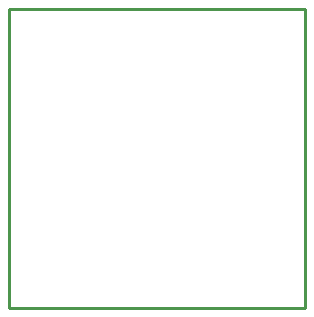
<source format=gbr>
%FSTAX24Y24*%
%MOIN*%
%IN AUX2.GBR *%
%ADD10C,0.0100*%
D10*G01X009882D01*Y009961D01*X0D01*Y0D01*
M02*
</source>
